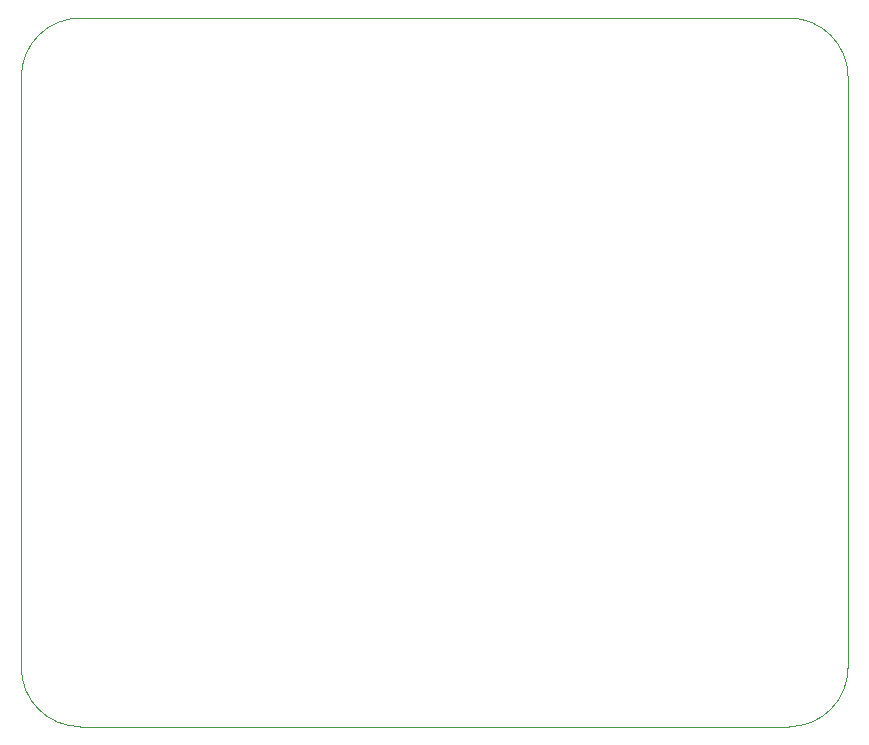
<source format=gbr>
G04 #@! TF.GenerationSoftware,KiCad,Pcbnew,7.0.8*
G04 #@! TF.CreationDate,2024-01-30T12:30:03+00:00*
G04 #@! TF.ProjectId,NanoVFO,4e616e6f-5646-44f2-9e6b-696361645f70,rev?*
G04 #@! TF.SameCoordinates,Original*
G04 #@! TF.FileFunction,Profile,NP*
%FSLAX46Y46*%
G04 Gerber Fmt 4.6, Leading zero omitted, Abs format (unit mm)*
G04 Created by KiCad (PCBNEW 7.0.8) date 2024-01-30 12:30:03*
%MOMM*%
%LPD*%
G01*
G04 APERTURE LIST*
G04 #@! TA.AperFunction,Profile*
%ADD10C,0.100000*%
G04 #@! TD*
G04 APERTURE END LIST*
D10*
X21000000Y-83700000D02*
G75*
G03*
X26000000Y-88700000I5000000J0D01*
G01*
X86000000Y-88700000D02*
G75*
G03*
X91000000Y-83700000I0J5000000D01*
G01*
X86000000Y-88700000D02*
X26000000Y-88700000D01*
X26000000Y-28700000D02*
G75*
G03*
X21000000Y-33700000I0J-5000000D01*
G01*
X21000000Y-83700000D02*
X21000000Y-33700000D01*
X91000000Y-33700000D02*
G75*
G03*
X86000000Y-28700000I-5000000J0D01*
G01*
X91000000Y-33700000D02*
X91000000Y-83700000D01*
X26000000Y-28700000D02*
X86000000Y-28700000D01*
M02*

</source>
